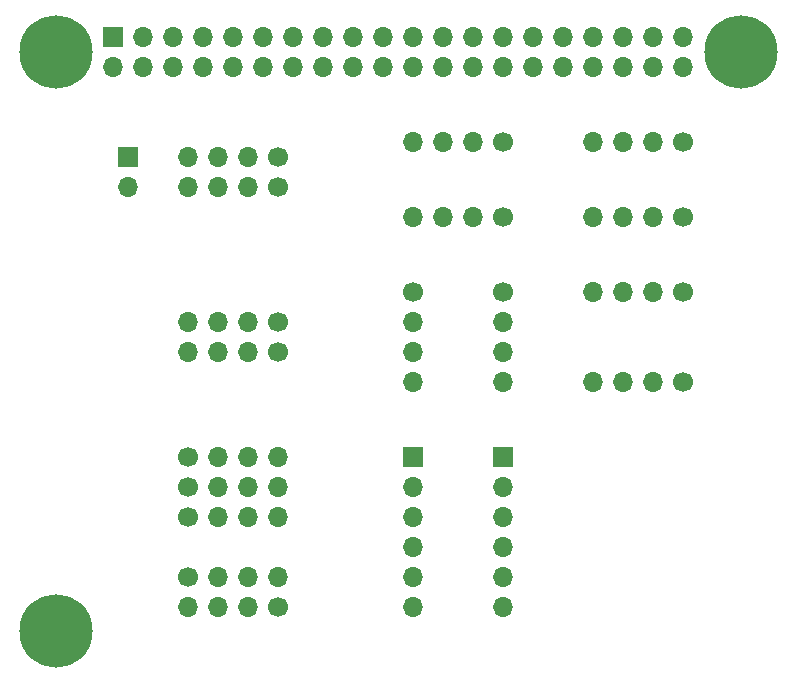
<source format=gbr>
G04 #@! TF.FileFunction,Soldermask,Top*
%FSLAX46Y46*%
G04 Gerber Fmt 4.6, Leading zero omitted, Abs format (unit mm)*
G04 Created by KiCad (PCBNEW 4.0.0-rc1-stable) date 02/05/2017 19:54:53*
%MOMM*%
G01*
G04 APERTURE LIST*
%ADD10C,0.100000*%
%ADD11C,1.700000*%
%ADD12O,1.700000X1.700000*%
%ADD13R,1.700000X1.700000*%
%ADD14C,6.200000*%
G04 APERTURE END LIST*
D10*
D11*
X113411000Y-81178400D03*
D12*
X110871000Y-81178400D03*
X108331000Y-81178400D03*
X105791000Y-81178400D03*
D13*
X99441000Y-68478400D03*
D12*
X99441000Y-71018400D03*
X101981000Y-68478400D03*
X101981000Y-71018400D03*
X104521000Y-68478400D03*
X104521000Y-71018400D03*
X107061000Y-68478400D03*
X107061000Y-71018400D03*
X109601000Y-68478400D03*
X109601000Y-71018400D03*
X112141000Y-68478400D03*
X112141000Y-71018400D03*
X114681000Y-68478400D03*
X114681000Y-71018400D03*
X117221000Y-68478400D03*
X117221000Y-71018400D03*
X119761000Y-68478400D03*
X119761000Y-71018400D03*
X122301000Y-68478400D03*
X122301000Y-71018400D03*
X124841000Y-68478400D03*
X124841000Y-71018400D03*
X127381000Y-68478400D03*
X127381000Y-71018400D03*
X129921000Y-68478400D03*
X129921000Y-71018400D03*
X132461000Y-68478400D03*
X132461000Y-71018400D03*
X135001000Y-68478400D03*
X135001000Y-71018400D03*
X137541000Y-68478400D03*
X137541000Y-71018400D03*
X140081000Y-68478400D03*
X140081000Y-71018400D03*
X142621000Y-68478400D03*
X142621000Y-71018400D03*
X145161000Y-68478400D03*
X145161000Y-71018400D03*
X147701000Y-68478400D03*
X147701000Y-71018400D03*
D13*
X124841000Y-104038400D03*
D12*
X124841000Y-106578400D03*
X124841000Y-109118400D03*
X124841000Y-111658400D03*
X124841000Y-114198400D03*
X124841000Y-116738400D03*
D14*
X152559000Y-69786000D03*
X94559000Y-118786000D03*
X94559000Y-69786000D03*
D13*
X132461000Y-104038400D03*
D12*
X132461000Y-106578400D03*
X132461000Y-109118400D03*
X132461000Y-111658400D03*
X132461000Y-114198400D03*
X132461000Y-116738400D03*
D11*
X105791000Y-104038400D03*
D12*
X108331000Y-104038400D03*
X110871000Y-104038400D03*
X113411000Y-104038400D03*
D11*
X105791000Y-106578400D03*
D12*
X108331000Y-106578400D03*
X110871000Y-106578400D03*
X113411000Y-106578400D03*
D11*
X105791000Y-109118400D03*
D12*
X108331000Y-109118400D03*
X110871000Y-109118400D03*
X113411000Y-109118400D03*
D11*
X105791000Y-114198400D03*
D12*
X108331000Y-114198400D03*
X110871000Y-114198400D03*
X113411000Y-114198400D03*
D11*
X113411000Y-116738400D03*
D12*
X110871000Y-116738400D03*
X108331000Y-116738400D03*
X105791000Y-116738400D03*
D11*
X113411000Y-78638400D03*
D12*
X110871000Y-78638400D03*
X108331000Y-78638400D03*
X105791000Y-78638400D03*
D11*
X113411000Y-92608400D03*
D12*
X110871000Y-92608400D03*
X108331000Y-92608400D03*
X105791000Y-92608400D03*
D11*
X113411000Y-95148400D03*
D12*
X110871000Y-95148400D03*
X108331000Y-95148400D03*
X105791000Y-95148400D03*
D11*
X124841000Y-90068400D03*
D12*
X124841000Y-92608400D03*
X124841000Y-95148400D03*
X124841000Y-97688400D03*
D11*
X132461000Y-77368400D03*
D12*
X129921000Y-77368400D03*
X127381000Y-77368400D03*
X124841000Y-77368400D03*
D11*
X132461000Y-83718400D03*
D12*
X129921000Y-83718400D03*
X127381000Y-83718400D03*
X124841000Y-83718400D03*
D11*
X147701000Y-77368400D03*
D12*
X145161000Y-77368400D03*
X142621000Y-77368400D03*
X140081000Y-77368400D03*
D11*
X147701000Y-83718400D03*
D12*
X145161000Y-83718400D03*
X142621000Y-83718400D03*
X140081000Y-83718400D03*
D11*
X132461000Y-90068400D03*
D12*
X132461000Y-92608400D03*
X132461000Y-95148400D03*
X132461000Y-97688400D03*
D11*
X147701000Y-97688400D03*
D12*
X145161000Y-97688400D03*
X142621000Y-97688400D03*
X140081000Y-97688400D03*
D11*
X147701000Y-90068400D03*
D12*
X145161000Y-90068400D03*
X142621000Y-90068400D03*
X140081000Y-90068400D03*
D13*
X100711000Y-78638400D03*
D12*
X100711000Y-81178400D03*
M02*

</source>
